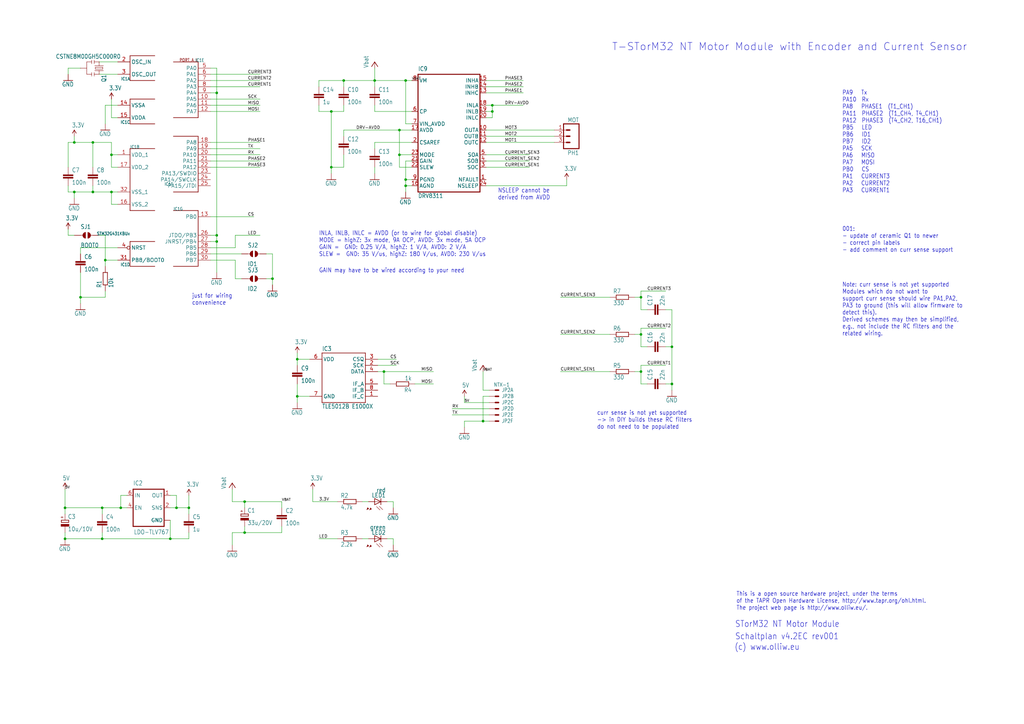
<source format=kicad_sch>
(kicad_sch (version 20250114) (generator "eeschema") (generator_version "9.0")
  (paper "A3")
  (text "INLA, INLB, INLC = AVDD (or to wire for global disable)\nMODE = highZ: 3x mode, 9A OCP, AVDD: 3x mode, 5A OCP\nGAIN =  GND: 0.25 V/A, highZ: 1 V/A, AVDD: 2 V/A\nSLEW =  GND: 35 V/us, highZ: 180 V/us, AVDD: 230 V/us" (at 130.81 94.742 0) (effects (font (size 1.778 1.5113)) (justify left top)))
  (text "Note: curr sense is not yet supported\nModules which do not want to\nsupport curr sense should wire PA1,PA2,\nPA3 to ground (this will allow firmware to\ndetect this).\nDerived schemes may then be simplified,\ne.g., not include the RC filters and the\nrelated wiring." (at 345.44 115.824 0) (effects (font (size 1.778 1.5113)) (justify left top)))
  (text "STorM32 NT Motor Module" (at 301.498 257.556 0) (effects (font (size 2.54 2.159)) (justify left bottom)))
  (text "(c) www.olliw.eu" (at 301.244 266.954 0) (effects (font (size 2.54 2.159)) (justify left bottom)))
  (text "just for wiring\nconvenience" (at 78.74 120.396 0) (effects (font (size 1.778 1.5113)) (justify left top)))
  (text "T-STorM32 NT Motor Module with Encoder and Current Sensor" (at 250.952 21.082 0) (effects (font (size 3.048 3.048)) (justify left bottom)))
  (text "001:\n- update of ceramic Q1 to newer\n- correct pin labels\n- add comment on curr sense support" (at 345.44 92.964 0) (effects (font (size 1.778 1.5113)) (justify left top)))
  (text "GAIN may have to be wired according to your need" (at 130.81 109.982 0) (effects (font (size 1.778 1.5113)) (justify left top)))
  (text "Schaltplan v4.2EC rev001" (at 301.498 262.636 0) (effects (font (size 2.54 2.159)) (justify left bottom)))
  (text "PA9   Tx\nPA10  Rx\nPA8   PHASE1  (T1_CH1)\nPA11  PHASE2  (T1_CH4, T4_CH1)\nPA12  PHASE3  (T4_CH2, T16_CH1)\nPB5   LED\nPB6   ID1\nPB7   ID2\nPA5   SCK\nPA6   MISO\nPA7   MOSI\nPB0   CS\nPA1   CURRENT3\nPA2   CURRENT2\nPA3   CURRENT1" (at 345.44 37.084 0) (effects (font (size 1.778 1.5113)) (justify left top)))
  (text "This is a open source hardware project, under the terms\nof the TAPR Open Hardware License, http://www.tapr.org/ohl.html.\nThe project web page is http://www.olliw.eu/." (at 302.006 250.444 0) (effects (font (size 1.778 1.5113)) (justify left bottom)))
  (text "NSLEEP cannot be\nderived from AVDD" (at 204.216 77.216 0) (effects (font (size 1.778 1.5113)) (justify left top)))
  (text "curr sense is not yet supported\n-> in DIY builds these RC filters\ndo not need to be populated" (at 244.856 168.402 0) (effects (font (size 1.778 1.5113)) (justify left top)))
  (junction (at 111.76 114.3))
  (junction (at 38.1 58.42))
  (junction (at 38.1 78.74))
  (junction (at 88.9 99.06))
  (junction (at 135.89 68.58))
  (junction (at 43.18 106.68))
  (junction (at 45.72 63.5))
  (junction (at 100.33 218.44))
  (junction (at 72.39 208.28))
  (junction (at 166.37 76.2))
  (junction (at 121.92 162.56))
  (junction (at 153.67 33.02))
  (junction (at 163.83 63.5))
  (junction (at 198.12 172.72))
  (junction (at 262.89 152.4))
  (junction (at 166.37 33.02))
  (junction (at 275.59 142.24))
  (junction (at 275.59 157.48))
  (junction (at 41.91 220.98))
  (junction (at 262.89 137.16))
  (junction (at 121.92 147.32))
  (junction (at 140.97 33.02))
  (junction (at 157.48 152.4))
  (junction (at 88.9 96.52))
  (junction (at 163.83 53.34))
  (junction (at 41.91 208.28))
  (junction (at 26.67 208.28))
  (junction (at 30.48 78.74))
  (junction (at 88.9 38.1))
  (junction (at 69.85 220.98))
  (junction (at 26.67 220.98))
  (junction (at 135.89 45.72))
  (junction (at 77.47 208.28))
  (junction (at 100.33 205.74))
  (junction (at 45.72 78.74))
  (junction (at 201.93 43.18))
  (junction (at 201.93 45.72))
  (junction (at 166.37 73.66))
  (junction (at 49.53 208.28))
  (junction (at 262.89 121.92))
  (junction (at 33.02 121.92))
  (junction (at 30.48 58.42))
  (wire (pts (xy 115.57 215.9) (xy 115.57 218.44)) (stroke (width 0.1524)))
  (wire (pts (xy 262.89 152.4) (xy 262.89 157.48)) (stroke (width 0.1524)))
  (wire (pts (xy 153.67 33.02) (xy 140.97 33.02)) (stroke (width 0.1524)))
  (wire (pts (xy 48.26 63.5) (xy 45.72 63.5)) (stroke (width 0.1524)))
  (wire (pts (xy 275.59 127) (xy 275.59 142.24)) (stroke (width 0.1524)))
  (wire (pts (xy 154.94 149.86) (xy 162.56 149.86)) (stroke (width 0.1524)))
  (wire (pts (xy 27.94 96.52) (xy 27.94 93.98)) (stroke (width 0.1524)))
  (wire (pts (xy 48.26 25.4) (xy 40.64 25.4)) (stroke (width 0.1524)))
  (wire (pts (xy 262.89 121.92) (xy 262.89 127)) (stroke (width 0.1524)))
  (wire (pts (xy 153.67 58.42) (xy 153.67 60.96)) (stroke (width 0.1524)))
  (wire (pts (xy 199.39 45.72) (xy 201.93 45.72)) (stroke (width 0.1524)))
  (wire (pts (xy 199.39 53.34) (xy 227.33 53.34)) (stroke (width 0.1524)))
  (wire (pts (xy 86.36 101.6) (xy 96.52 101.6)) (stroke (width 0.1524)))
  (wire (pts (xy 168.91 50.8) (xy 166.37 50.8)) (stroke (width 0.1524)))
  (wire (pts (xy 38.1 78.74) (xy 38.1 76.2)) (stroke (width 0.1524)))
  (wire (pts (xy 190.5 172.72) (xy 198.12 172.72)) (stroke (width 0.1524)))
  (wire (pts (xy 45.72 58.42) (xy 38.1 58.42)) (stroke (width 0.1524)))
  (wire (pts (xy 43.18 119.38) (xy 43.18 121.92)) (stroke (width 0.1524)))
  (wire (pts (xy 140.97 45.72) (xy 135.89 45.72)) (stroke (width 0.1524)))
  (wire (pts (xy 190.5 165.1) (xy 190.5 162.56)) (stroke (width 0.1524)))
  (wire (pts (xy 262.89 119.38) (xy 273.05 119.38)) (stroke (width 0.1524)))
  (wire (pts (xy 201.93 45.72) (xy 201.93 48.26)) (stroke (width 0.1524)))
  (wire (pts (xy 100.33 215.9) (xy 100.33 218.44)) (stroke (width 0.1524)))
  (wire (pts (xy 199.39 63.5) (xy 217.17 63.5)) (stroke (width 0.1524)))
  (wire (pts (xy 190.5 172.72) (xy 190.5 175.26)) (stroke (width 0.1524)))
  (wire (pts (xy 121.92 165.1) (xy 121.92 162.56)) (stroke (width 0.1524)))
  (wire (pts (xy 273.05 142.24) (xy 275.59 142.24)) (stroke (width 0.1524)))
  (wire (pts (xy 27.94 27.94) (xy 27.94 30.48)) (stroke (width 0.1524)))
  (wire (pts (xy 95.25 205.74) (xy 95.25 200.66)) (stroke (width 0.1524)))
  (wire (pts (xy 166.37 66.04) (xy 168.91 66.04)) (stroke (width 0.1524)))
  (wire (pts (xy 45.72 78.74) (xy 38.1 78.74)) (stroke (width 0.1524)))
  (wire (pts (xy 260.35 121.92) (xy 262.89 121.92)) (stroke (width 0.1524)))
  (wire (pts (xy 140.97 43.18) (xy 140.97 45.72)) (stroke (width 0.1524)))
  (wire (pts (xy 168.91 73.66) (xy 166.37 73.66)) (stroke (width 0.1524)))
  (wire (pts (xy 168.91 76.2) (xy 166.37 76.2)) (stroke (width 0.1524)))
  (wire (pts (xy 198.12 162.56) (xy 198.12 172.72)) (stroke (width 0.1524)))
  (wire (pts (xy 45.72 63.5) (xy 45.72 68.58)) (stroke (width 0.1524)))
  (wire (pts (xy 41.91 218.44) (xy 41.91 220.98)) (stroke (width 0.1524)))
  (wire (pts (xy 115.57 205.74) (xy 100.33 205.74)) (stroke (width 0.1524)))
  (wire (pts (xy 86.36 45.72) (xy 106.68 45.72)) (stroke (width 0.1524)))
  (wire (pts (xy 43.18 106.68) (xy 43.18 109.22)) (stroke (width 0.1524)))
  (wire (pts (xy 30.48 58.42) (xy 27.94 58.42)) (stroke (width 0.1524)))
  (wire (pts (xy 49.53 208.28) (xy 41.91 208.28)) (stroke (width 0.1524)))
  (wire (pts (xy 127 162.56) (xy 121.92 162.56)) (stroke (width 0.1524)))
  (wire (pts (xy 41.91 220.98) (xy 69.85 220.98)) (stroke (width 0.1524)))
  (wire (pts (xy 88.9 38.1) (xy 88.9 96.52)) (stroke (width 0.1524)))
  (wire (pts (xy 86.36 35.56) (xy 106.68 35.56)) (stroke (width 0.1524)))
  (wire (pts (xy 199.39 68.58) (xy 217.17 68.58)) (stroke (width 0.1524)))
  (wire (pts (xy 166.37 76.2) (xy 166.37 78.74)) (stroke (width 0.1524)))
  (wire (pts (xy 86.36 68.58) (xy 106.68 68.58)) (stroke (width 0.1524)))
  (wire (pts (xy 199.39 43.18) (xy 201.93 43.18)) (stroke (width 0.1524)))
  (wire (pts (xy 185.42 170.18) (xy 200.66 170.18)) (stroke (width 0.1524)))
  (wire (pts (xy 170.18 157.48) (xy 177.8 157.48)) (stroke (width 0.1524)))
  (wire (pts (xy 86.36 43.18) (xy 106.68 43.18)) (stroke (width 0.1524)))
  (wire (pts (xy 168.91 45.72) (xy 153.67 45.72)) (stroke (width 0.1524)))
  (wire (pts (xy 140.97 33.02) (xy 140.97 35.56)) (stroke (width 0.1524)))
  (wire (pts (xy 26.67 208.28) (xy 26.67 210.82)) (stroke (width 0.1524)))
  (wire (pts (xy 77.47 210.82) (xy 77.47 208.28)) (stroke (width 0.1524)))
  (wire (pts (xy 154.94 152.4) (xy 157.48 152.4)) (stroke (width 0.1524)))
  (wire (pts (xy 72.39 208.28) (xy 77.47 208.28)) (stroke (width 0.1524)))
  (wire (pts (xy 49.53 208.28) (xy 52.07 208.28)) (stroke (width 0.1524)))
  (wire (pts (xy 140.97 33.02) (xy 130.81 33.02)) (stroke (width 0.1524)))
  (wire (pts (xy 168.91 33.02) (xy 166.37 33.02)) (stroke (width 0.1524)))
  (wire (pts (xy 30.48 96.52) (xy 27.94 96.52)) (stroke (width 0.1524)))
  (wire (pts (xy 41.91 208.28) (xy 26.67 208.28)) (stroke (width 0.1524)))
  (wire (pts (xy 100.33 218.44) (xy 95.25 218.44)) (stroke (width 0.1524)))
  (wire (pts (xy 198.12 152.4) (xy 198.12 160.02)) (stroke (width 0.1524)))
  (wire (pts (xy 86.36 30.48) (xy 106.68 30.48)) (stroke (width 0.1524)))
  (wire (pts (xy 166.37 33.02) (xy 153.67 33.02)) (stroke (width 0.1524)))
  (wire (pts (xy 130.81 45.72) (xy 135.89 45.72)) (stroke (width 0.1524)))
  (wire (pts (xy 130.81 43.18) (xy 130.81 45.72)) (stroke (width 0.1524)))
  (wire (pts (xy 199.39 66.04) (xy 217.17 66.04)) (stroke (width 0.1524)))
  (wire (pts (xy 38.1 58.42) (xy 30.48 58.42)) (stroke (width 0.1524)))
  (wire (pts (xy 111.76 104.14) (xy 111.76 114.3)) (stroke (width 0.1524)))
  (wire (pts (xy 200.66 165.1) (xy 190.5 165.1)) (stroke (width 0.1524)))
  (wire (pts (xy 158.75 205.74) (xy 161.29 205.74)) (stroke (width 0.1524)))
  (wire (pts (xy 45.72 40.64) (xy 45.72 48.26)) (stroke (width 0.1524)))
  (wire (pts (xy 77.47 220.98) (xy 77.47 218.44)) (stroke (width 0.1524)))
  (wire (pts (xy 96.52 96.52) (xy 106.68 96.52)) (stroke (width 0.1524)))
  (wire (pts (xy 48.26 83.82) (xy 45.72 83.82)) (stroke (width 0.1524)))
  (wire (pts (xy 163.83 53.34) (xy 168.91 53.34)) (stroke (width 0.1524)))
  (wire (pts (xy 148.59 205.74) (xy 151.13 205.74)) (stroke (width 0.1524)))
  (wire (pts (xy 33.02 27.94) (xy 27.94 27.94)) (stroke (width 0.1524)))
  (wire (pts (xy 153.67 33.02) (xy 153.67 27.94)) (stroke (width 0.1524)))
  (wire (pts (xy 273.05 157.48) (xy 275.59 157.48)) (stroke (width 0.1524)))
  (wire (pts (xy 262.89 157.48) (xy 265.43 157.48)) (stroke (width 0.1524)))
  (wire (pts (xy 154.94 147.32) (xy 162.56 147.32)) (stroke (width 0.1524)))
  (wire (pts (xy 38.1 68.58) (xy 38.1 58.42)) (stroke (width 0.1524)))
  (wire (pts (xy 168.91 58.42) (xy 153.67 58.42)) (stroke (width 0.1524)))
  (wire (pts (xy 140.97 68.58) (xy 135.89 68.58)) (stroke (width 0.1524)))
  (wire (pts (xy 128.27 200.66) (xy 128.27 205.74)) (stroke (width 0.1524)))
  (wire (pts (xy 275.59 157.48) (xy 275.59 160.02)) (stroke (width 0.1524)))
  (wire (pts (xy 157.48 157.48) (xy 157.48 152.4)) (stroke (width 0.1524)))
  (wire (pts (xy 111.76 114.3) (xy 111.76 116.84)) (stroke (width 0.1524)))
  (wire (pts (xy 52.07 203.2) (xy 49.53 203.2)) (stroke (width 0.1524)))
  (wire (pts (xy 86.36 104.14) (xy 99.06 104.14)) (stroke (width 0.1524)))
  (wire (pts (xy 86.36 66.04) (xy 106.68 66.04)) (stroke (width 0.1524)))
  (wire (pts (xy 262.89 142.24) (xy 265.43 142.24)) (stroke (width 0.1524)))
  (wire (pts (xy 45.72 78.74) (xy 45.72 83.82)) (stroke (width 0.1524)))
  (wire (pts (xy 138.43 205.74) (xy 128.27 205.74)) (stroke (width 0.1524)))
  (wire (pts (xy 262.89 152.4) (xy 262.89 149.86)) (stroke (width 0.1524)))
  (wire (pts (xy 199.39 55.88) (xy 227.33 55.88)) (stroke (width 0.1524)))
  (wire (pts (xy 26.67 200.66) (xy 26.67 208.28)) (stroke (width 0.1524)))
  (wire (pts (xy 121.92 147.32) (xy 121.92 144.78)) (stroke (width 0.1524)))
  (wire (pts (xy 200.66 162.56) (xy 198.12 162.56)) (stroke (width 0.1524)))
  (wire (pts (xy 262.89 127) (xy 265.43 127)) (stroke (width 0.1524)))
  (wire (pts (xy 200.66 172.72) (xy 198.12 172.72)) (stroke (width 0.1524)))
  (wire (pts (xy 69.85 213.36) (xy 69.85 220.98)) (stroke (width 0.1524)))
  (wire (pts (xy 153.67 45.72) (xy 153.67 43.18)) (stroke (width 0.1524)))
  (wire (pts (xy 163.83 68.58) (xy 163.83 63.5)) (stroke (width 0.1524)))
  (wire (pts (xy 88.9 96.52) (xy 88.9 99.06)) (stroke (width 0.1524)))
  (wire (pts (xy 153.67 68.58) (xy 153.67 71.12)) (stroke (width 0.1524)))
  (wire (pts (xy 86.36 40.64) (xy 106.68 40.64)) (stroke (width 0.1524)))
  (wire (pts (xy 262.89 137.16) (xy 262.89 134.62)) (stroke (width 0.1524)))
  (wire (pts (xy 201.93 43.18) (xy 214.63 43.18)) (stroke (width 0.1524)))
  (wire (pts (xy 201.93 48.26) (xy 199.39 48.26)) (stroke (width 0.1524)))
  (wire (pts (xy 69.85 203.2) (xy 72.39 203.2)) (stroke (width 0.1524)))
  (wire (pts (xy 232.41 76.2) (xy 232.41 73.66)) (stroke (width 0.1524)))
  (wire (pts (xy 260.35 152.4) (xy 262.89 152.4)) (stroke (width 0.1524)))
  (wire (pts (xy 40.64 96.52) (xy 43.18 96.52)) (stroke (width 0.1524)))
  (wire (pts (xy 135.89 68.58) (xy 135.89 71.12)) (stroke (width 0.1524)))
  (wire (pts (xy 140.97 55.88) (xy 140.97 53.34)) (stroke (width 0.1524)))
  (wire (pts (xy 96.52 101.6) (xy 96.52 96.52)) (stroke (width 0.1524)))
  (wire (pts (xy 262.89 134.62) (xy 273.05 134.62)) (stroke (width 0.1524)))
  (wire (pts (xy 199.39 35.56) (xy 214.63 35.56)) (stroke (width 0.1524)))
  (wire (pts (xy 166.37 73.66) (xy 166.37 76.2)) (stroke (width 0.1524)))
  (wire (pts (xy 262.89 121.92) (xy 262.89 119.38)) (stroke (width 0.1524)))
  (wire (pts (xy 86.36 63.5) (xy 106.68 63.5)) (stroke (width 0.1524)))
  (wire (pts (xy 273.05 127) (xy 275.59 127)) (stroke (width 0.1524)))
  (wire (pts (xy 86.36 38.1) (xy 88.9 38.1)) (stroke (width 0.1524)))
  (wire (pts (xy 48.26 101.6) (xy 33.02 101.6)) (stroke (width 0.1524)))
  (wire (pts (xy 33.02 121.92) (xy 33.02 111.76)) (stroke (width 0.1524)))
  (wire (pts (xy 227.33 58.42) (xy 199.39 58.42)) (stroke (width 0.1524)))
  (wire (pts (xy 48.26 78.74) (xy 45.72 78.74)) (stroke (width 0.1524)))
  (wire (pts (xy 30.48 78.74) (xy 27.94 78.74)) (stroke (width 0.1524)))
  (wire (pts (xy 40.64 30.48) (xy 48.26 30.48)) (stroke (width 0.1524)))
  (wire (pts (xy 135.89 45.72) (xy 135.89 68.58)) (stroke (width 0.1524)))
  (wire (pts (xy 49.53 203.2) (xy 49.53 208.28)) (stroke (width 0.1524)))
  (wire (pts (xy 38.1 78.74) (xy 30.48 78.74)) (stroke (width 0.1524)))
  (wire (pts (xy 33.02 124.46) (xy 33.02 121.92)) (stroke (width 0.1524)))
  (wire (pts (xy 199.39 76.2) (xy 232.41 76.2)) (stroke (width 0.1524)))
  (wire (pts (xy 262.89 137.16) (xy 262.89 142.24)) (stroke (width 0.1524)))
  (wire (pts (xy 96.52 114.3) (xy 99.06 114.3)) (stroke (width 0.1524)))
  (wire (pts (xy 77.47 208.28) (xy 77.47 203.2)) (stroke (width 0.1524)))
  (wire (pts (xy 161.29 220.98) (xy 161.29 223.52)) (stroke (width 0.1524)))
  (wire (pts (xy 100.33 205.74) (xy 95.25 205.74)) (stroke (width 0.1524)))
  (wire (pts (xy 199.39 38.1) (xy 214.63 38.1)) (stroke (width 0.1524)))
  (wire (pts (xy 88.9 27.94) (xy 88.9 38.1)) (stroke (width 0.1524)))
  (wire (pts (xy 168.91 68.58) (xy 163.83 68.58)) (stroke (width 0.1524)))
  (wire (pts (xy 27.94 78.74) (xy 27.94 76.2)) (stroke (width 0.1524)))
  (wire (pts (xy 185.42 167.64) (xy 200.66 167.64)) (stroke (width 0.1524)))
  (wire (pts (xy 86.36 96.52) (xy 88.9 96.52)) (stroke (width 0.1524)))
  (wire (pts (xy 45.72 48.26) (xy 48.26 48.26)) (stroke (width 0.1524)))
  (wire (pts (xy 250.19 137.16) (xy 229.87 137.16)) (stroke (width 0.1524)))
  (wire (pts (xy 153.67 33.02) (xy 153.67 35.56)) (stroke (width 0.1524)))
  (wire (pts (xy 262.89 149.86) (xy 273.05 149.86)) (stroke (width 0.1524)))
  (wire (pts (xy 86.36 99.06) (xy 88.9 99.06)) (stroke (width 0.1524)))
  (wire (pts (xy 88.9 99.06) (xy 88.9 111.76)) (stroke (width 0.1524)))
  (wire (pts (xy 109.22 114.3) (xy 111.76 114.3)) (stroke (width 0.1524)))
  (wire (pts (xy 41.91 220.98) (xy 26.67 220.98)) (stroke (width 0.1524)))
  (wire (pts (xy 26.67 218.44) (xy 26.67 220.98)) (stroke (width 0.1524)))
  (wire (pts (xy 86.36 60.96) (xy 106.68 60.96)) (stroke (width 0.1524)))
  (wire (pts (xy 140.97 53.34) (xy 163.83 53.34)) (stroke (width 0.1524)))
  (wire (pts (xy 121.92 162.56) (xy 121.92 157.48)) (stroke (width 0.1524)))
  (wire (pts (xy 86.36 27.94) (xy 88.9 27.94)) (stroke (width 0.1524)))
  (wire (pts (xy 199.39 33.02) (xy 214.63 33.02)) (stroke (width 0.1524)))
  (wire (pts (xy 95.25 223.52) (xy 95.25 218.44)) (stroke (width 0.1524)))
  (wire (pts (xy 127 147.32) (xy 121.92 147.32)) (stroke (width 0.1524)))
  (wire (pts (xy 43.18 43.18) (xy 43.18 50.8)) (stroke (width 0.1524)))
  (wire (pts (xy 48.26 43.18) (xy 43.18 43.18)) (stroke (width 0.1524)))
  (wire (pts (xy 109.22 104.14) (xy 111.76 104.14)) (stroke (width 0.1524)))
  (wire (pts (xy 148.59 220.98) (xy 151.13 220.98)) (stroke (width 0.1524)))
  (wire (pts (xy 69.85 220.98) (xy 77.47 220.98)) (stroke (width 0.1524)))
  (wire (pts (xy 48.26 106.68) (xy 43.18 106.68)) (stroke (width 0.1524)))
  (wire (pts (xy 33.02 101.6) (xy 33.02 104.14)) (stroke (width 0.1524)))
  (wire (pts (xy 250.19 121.92) (xy 229.87 121.92)) (stroke (width 0.1524)))
  (wire (pts (xy 86.36 106.68) (xy 96.52 106.68)) (stroke (width 0.1524)))
  (wire (pts (xy 130.81 220.98) (xy 138.43 220.98)) (stroke (width 0.1524)))
  (wire (pts (xy 30.48 81.28) (xy 30.48 78.74)) (stroke (width 0.1524)))
  (wire (pts (xy 121.92 147.32) (xy 121.92 149.86)) (stroke (width 0.1524)))
  (wire (pts (xy 43.18 96.52) (xy 43.18 106.68)) (stroke (width 0.1524)))
  (wire (pts (xy 161.29 205.74) (xy 161.29 208.28)) (stroke (width 0.1524)))
  (wire (pts (xy 163.83 63.5) (xy 163.83 53.34)) (stroke (width 0.1524)))
  (wire (pts (xy 198.12 160.02) (xy 200.66 160.02)) (stroke (width 0.1524)))
  (wire (pts (xy 43.18 121.92) (xy 33.02 121.92)) (stroke (width 0.1524)))
  (wire (pts (xy 86.36 33.02) (xy 106.68 33.02)) (stroke (width 0.1524)))
  (wire (pts (xy 115.57 218.44) (xy 100.33 218.44)) (stroke (width 0.1524)))
  (wire (pts (xy 86.36 88.9) (xy 104.14 88.9)) (stroke (width 0.1524)))
  (wire (pts (xy 140.97 63.5) (xy 140.97 68.58)) (stroke (width 0.1524)))
  (wire (pts (xy 157.48 152.4) (xy 177.8 152.4)) (stroke (width 0.1524)))
  (wire (pts (xy 201.93 43.18) (xy 201.93 45.72)) (stroke (width 0.1524)))
  (wire (pts (xy 41.91 210.82) (xy 41.91 208.28)) (stroke (width 0.1524)))
  (wire (pts (xy 45.72 58.42) (xy 45.72 63.5)) (stroke (width 0.1524)))
  (wire (pts (xy 72.39 208.28) (xy 69.85 208.28)) (stroke (width 0.1524)))
  (wire (pts (xy 115.57 208.28) (xy 115.57 205.74)) (stroke (width 0.1524)))
  (wire (pts (xy 27.94 68.58) (xy 27.94 58.42)) (stroke (width 0.1524)))
  (wire (pts (xy 166.37 73.66) (xy 166.37 66.04)) (stroke (width 0.1524)))
  (wire (pts (xy 72.39 203.2) (xy 72.39 208.28)) (stroke (width 0.1524)))
  (wire (pts (xy 166.37 50.8) (xy 166.37 33.02)) (stroke (width 0.1524)))
  (wire (pts (xy 160.02 157.48) (xy 157.48 157.48)) (stroke (width 0.1524)))
  (wire (pts (xy 168.91 63.5) (xy 163.83 63.5)) (stroke (width 0.1524)))
  (wire (pts (xy 250.19 152.4) (xy 229.87 152.4)) (stroke (width 0.1524)))
  (wire (pts (xy 158.75 220.98) (xy 161.29 220.98)) (stroke (width 0.1524)))
  (wire (pts (xy 30.48 55.88) (xy 30.48 58.42)) (stroke (width 0.1524)))
  (wire (pts (xy 86.36 58.42) (xy 106.68 58.42)) (stroke (width 0.1524)))
  (wire (pts (xy 130.81 33.02) (xy 130.81 35.56)) (stroke (width 0.1524)))
  (wire (pts (xy 100.33 208.28) (xy 100.33 205.74)) (stroke (width 0.1524)))
  (wire (pts (xy 275.59 142.24) (xy 275.59 157.48)) (stroke (width 0.1524)))
  (wire (pts (xy 45.72 68.58) (xy 48.26 68.58)) (stroke (width 0.1524)))
  (wire (pts (xy 96.52 106.68) (xy 96.52 114.3)) (stroke (width 0.1524)))
  (wire (pts (xy 260.35 137.16) (xy 262.89 137.16)) (stroke (width 0.1524)))
  (label "TX" (at 101.6 60.96 0) (effects (font (size 1.2446 1.2446))))
  (label "RX" (at 101.6 63.5 0) (effects (font (size 1.2446 1.2446))))
  (label "PHASE2" (at 101.6 66.04 0) (effects (font (size 1.2446 1.2446))))
  (label "MOSI" (at 172.72 157.48 0) (effects (font (size 1.2446 1.2446))))
  (label "MISO" (at 101.6 43.18 0) (effects (font (size 1.2446 1.2446))))
  (label "DRV-AVDD" (at 146.05 53.34 0) (effects (font (size 1.2446 1.2446))))
  (label "PHASE1" (at 101.6 58.42 0) (effects (font (size 1.2446 1.2446))))
  (label "VBAT" (at 115.57 205.74 0) (effects (font (size 1.016 1.016))))
  (label "CURRENT_SEN3" (at 229.87 121.92 0) (effects (font (size 1.2446 1.2446))))
  (label "CURRENT_SEN3" (at 207.01 63.5 0) (effects (font (size 1.2446 1.2446))))
  (label "CURRENT2" (at 101.6 33.02 0) (effects (font (size 1.2446 1.2446))))
  (label "CURRENT2" (at 265.43 134.62 0) (effects (font (size 1.2446 1.2446))))
  (label "SCK" (at 160.02 149.86 0) (effects (font (size 1.2446 1.2446))))
  (label "PHASE3" (at 207.01 33.02 0) (effects (font (size 1.2446 1.2446))))
  (label "MOSI" (at 101.6 45.72 0) (effects (font (size 1.2446 1.2446))))
  (label "3.3V" (at 130.81 205.74 0) (effects (font (size 1.2446 1.2446))))
  (label "CURRENT3" (at 265.43 119.38 0) (effects (font (size 1.2446 1.2446))))
  (label "DRV-AVDD" (at 207.01 43.18 0) (effects (font (size 1.2446 1.2446))))
  (label "MISO" (at 172.72 152.4 0) (effects (font (size 1.2446 1.2446))))
  (label "CURRENT_SEN2" (at 229.87 137.16 0) (effects (font (size 1.2446 1.2446))))
  (label "CURRENT_SEN2" (at 207.01 66.04 0) (effects (font (size 1.2446 1.2446))))
  (label "VBAT" (at 198.12 152.4 0) (effects (font (size 1.016 1.016))))
  (label "PHASE3" (at 101.6 68.58 0) (effects (font (size 1.2446 1.2446))))
  (label "LED" (at 130.81 220.98 0) (effects (font (size 1.2446 1.2446))))
  (label "MOT3" (at 207.01 53.34 0) (effects (font (size 1.2446 1.2446))))
  (label "CS" (at 101.6 88.9 0) (effects (font (size 1.2446 1.2446))))
  (label "LED" (at 101.6 96.52 0) (effects (font (size 1.2446 1.2446))))
  (label "CURRENT_SEN1" (at 207.01 68.58 0) (effects (font (size 1.2446 1.2446))))
  (label "RX" (at 185.42 167.64 0) (effects (font (size 1.2446 1.2446))))
  (label "VBAT" (at 168.91 33.02 0) (effects (font (size 1.016 1.016))))
  (label "5V" (at 26.67 200.66 0) (effects (font (size 1.016 1.016))))
  (label "TX" (at 185.42 170.18 0) (effects (font (size 1.2446 1.2446))))
  (label "CURRENT1" (at 265.43 149.86 0) (effects (font (size 1.2446 1.2446))))
  (label "PHASE1" (at 207.01 38.1 0) (effects (font (size 1.2446 1.2446))))
  (label "SCK" (at 101.6 40.64 0) (effects (font (size 1.2446 1.2446))))
  (label "CURRENT3" (at 101.6 30.48 0) (effects (font (size 1.2446 1.2446))))
  (label "5V" (at 190.5 165.1 0) (effects (font (size 1.016 1.016))))
  (label "PHASE2" (at 207.01 35.56 0) (effects (font (size 1.2446 1.2446))))
  (label "CS" (at 160.02 147.32 0) (effects (font (size 1.2446 1.2446))))
  (label "CURRENT1" (at 101.6 35.56 0) (effects (font (size 1.2446 1.2446))))
  (label "CURRENT_SEN1" (at 229.87 152.4 0) (effects (font (size 1.2446 1.2446))))
  (label "MOT2" (at 207.01 55.88 0) (effects (font (size 1.2446 1.2446))))
  (label "MOT1" (at 207.01 58.42 0) (effects (font (size 1.2446 1.2446))))
  (symbol (lib_id "T STorM32 NT motor v42ECg4 001-eagle-import:STM32G4X1KX") (at 58.42 27.94 0) (mirror y) (unit 1)
    (property "Reference" "IC1" (at 53.34 33.02 0) (effects (font (size 1.27 1.0795)) (justify left bottom)))
    (property "Value" "STM32G431KBUx" (effects (hide yes)))
    (property "Footprint" "T STorM32 NT motor v42ECg4 001:UFQFPN32" (effects (hide yes)))
  )
  (symbol (lib_id "T STorM32 NT motor v42ECg4 001-eagle-import:C-EUC0402") (at 267.97 127 90) (unit 1)
    (property "Reference" "C17" (at 267.589 125.476 0) (effects (font (size 1.778 1.5113)) (justify left bottom)))
    (property "Value" "22n" (at 272.669 125.476 0) (effects (font (size 1.778 1.5113)) (justify left bottom)))
    (property "Footprint" "T STorM32 NT motor v42ECg4 001:C0402" (effects (hide yes)))
  )
  (symbol (lib_id "T STorM32 NT motor v42ECg4 001-eagle-import:GND") (at 166.37 81.28 0) (unit 1)
    (property "Reference" "#GND021" (effects (hide yes)))
    (property "Value" "GND" (at 163.83 83.82 0) (effects (font (size 1.778 1.5113)) (justify left bottom)))
  )
  (symbol (lib_id "T STorM32 NT motor v42ECg4 001-eagle-import:3.3V") (at 128.27 200.66 0) (unit 1)
    (property "Reference" "#P+01" (effects (hide yes)))
    (property "Value" "3.3V" (at 127.254 197.104 0) (effects (font (size 1.778 1.5113)) (justify left bottom)))
  )
  (symbol (lib_id "T STorM32 NT motor v42ECg4 001-eagle-import:GND") (at 30.48 83.82 0) (unit 1)
    (property "Reference" "#GND06" (effects (hide yes)))
    (property "Value" "GND" (at 27.94 86.36 0) (effects (font (size 1.778 1.5113)) (justify left bottom)))
  )
  (symbol (lib_id "T STorM32 NT motor v42ECg4 001-eagle-import:C-EUC0402") (at 121.92 152.4 0) (unit 1)
    (property "Reference" "C9" (at 123.444 152.019 0) (effects (font (size 1.778 1.5113)) (justify left bottom)))
    (property "Value" "100n" (at 123.444 157.099 0) (effects (font (size 1.778 1.5113)) (justify left bottom)))
    (property "Footprint" "T STorM32 NT motor v42ECg4 001:C0402" (effects (hide yes)))
  )
  (symbol (lib_id "T STorM32 NT motor v42ECg4 001-eagle-import:SOLDERJUMPERNO") (at 104.14 114.3 0) (unit 1)
    (property "Reference" "SJ3" (at 101.6 111.76 0) (effects (font (size 1.778 1.5113)) (justify left bottom)))
    (property "Value" "ID2" (at 101.6 119.38 0) (effects (font (size 1.778 1.5113)) (justify left bottom)))
    (property "Footprint" "T STorM32 NT motor v42ECg4 001:SJ_2S-NO" (effects (hide yes)))
  )
  (symbol (lib_id "T STorM32 NT motor v42ECg4 001-eagle-import:GND") (at 33.02 127 0) (unit 1)
    (property "Reference" "#GND04" (effects (hide yes)))
    (property "Value" "GND" (at 30.48 129.54 0) (effects (font (size 1.778 1.5113)) (justify left bottom)))
  )
  (symbol (lib_id "T STorM32 NT motor v42ECg4 001-eagle-import:VCC") (at 95.25 198.12 0) (unit 1)
    (property "Reference" "#VBAT@02" (effects (hide yes)))
    (property "Value" "Vbat" (at 92.71 200.66 90) (effects (font (size 1.778 1.5113)) (justify left bottom)))
  )
  (symbol (lib_id "T STorM32 NT motor v42ECg4 001-eagle-import:GND") (at 26.67 223.52 0) (unit 1)
    (property "Reference" "#GND07" (effects (hide yes)))
    (property "Value" "GND" (at 24.13 226.06 0) (effects (font (size 1.778 1.5113)) (justify left bottom)))
  )
  (symbol (lib_id "T STorM32 NT motor v42ECg4 001-eagle-import:SOLDERJUMPERNO") (at 104.14 104.14 0) (unit 1)
    (property "Reference" "SJ2" (at 101.6 101.6 0) (effects (font (size 1.778 1.5113)) (justify left bottom)))
    (property "Value" "ID1" (at 101.6 109.22 0) (effects (font (size 1.778 1.5113)) (justify left bottom)))
    (property "Footprint" "T STorM32 NT motor v42ECg4 001:SJ_2S-NO" (effects (hide yes)))
  )
  (symbol (lib_id "T STorM32 NT motor v42ECg4 001-eagle-import:TLE5012B") (at 139.7 154.94 0) (unit 1)
    (property "Reference" "IC3" (at 132.08 144.018 0) (effects (font (size 1.778 1.5113)) (justify left bottom)))
    (property "Value" "TLE5012B E1000X" (at 132.08 167.64 0) (effects (font (size 1.778 1.5113)) (justify left bottom)))
    (property "Footprint" "T STorM32 NT motor v42ECg4 001:SO08" (effects (hide yes)))
  )
  (symbol (lib_id "T STorM32 NT motor v42ECg4 001-eagle-import:R-EU_R0402") (at 255.27 137.16 0) (unit 1)
    (property "Reference" "R6" (at 251.46 135.6614 0) (effects (font (size 1.778 1.5113)) (justify left bottom)))
    (property "Value" "330" (at 251.46 140.462 0) (effects (font (size 1.778 1.5113)) (justify left bottom)))
    (property "Footprint" "T STorM32 NT motor v42ECg4 001:R0402" (effects (hide yes)))
  )
  (symbol (lib_id "T STorM32 NT motor v42ECg4 001-eagle-import:GND") (at 161.29 226.06 0) (unit 1)
    (property "Reference" "#GND010" (effects (hide yes)))
    (property "Value" "GND" (at 158.75 228.6 0) (effects (font (size 1.778 1.5113)) (justify left bottom)))
  )
  (symbol (lib_id "T STorM32 NT motor v42ECg4 001-eagle-import:?M06B-SRSS-TBS") (at 203.2 167.64 0) (unit 4)
    (property "Reference" "JP2" (at 205.74 168.402 0) (effects (font (size 1.524 1.2954)) (justify left bottom)))
    (property "Value" "NTX-1" (effects (hide yes)))
    (property "Footprint" "T STorM32 NT motor v42ECg4 001:SM06B-SRSS-TB" (effects (hide yes)))
  )
  (symbol (lib_id "T STorM32 NT motor v42ECg4 001-eagle-import:3.3V") (at 27.94 93.98 0) (unit 1)
    (property "Reference" "#P+05" (effects (hide yes)))
    (property "Value" "3.3V" (at 26.924 90.424 0) (effects (font (size 1.778 1.5113)) (justify left bottom)))
  )
  (symbol (lib_id "T STorM32 NT motor v42ECg4 001-eagle-import:GND") (at 190.5 177.8 0) (unit 1)
    (property "Reference" "#GND033" (effects (hide yes)))
    (property "Value" "GND" (at 187.96 180.34 0) (effects (font (size 1.778 1.5113)) (justify left bottom)))
  )
  (symbol (lib_id "T STorM32 NT motor v42ECg4 001-eagle-import:GND") (at 27.94 33.02 0) (unit 1)
    (property "Reference" "#GND08" (effects (hide yes)))
    (property "Value" "GND" (at 25.4 35.56 0) (effects (font (size 1.778 1.5113)) (justify left bottom)))
  )
  (symbol (lib_id "T STorM32 NT motor v42ECg4 001-eagle-import:C-EUC0603") (at 130.81 38.1 0) (unit 1)
    (property "Reference" "C14" (at 132.334 37.719 0) (effects (font (size 1.778 1.5113)) (justify left bottom)))
    (property "Value" "1u" (at 132.334 42.799 0) (effects (font (size 1.778 1.5113)) (justify left bottom)))
    (property "Footprint" "T STorM32 NT motor v42ECg4 001:C0603" (effects (hide yes)))
  )
  (symbol (lib_id "T STorM32 NT motor v42ECg4 001-eagle-import:GND") (at 161.29 210.82 0) (unit 1)
    (property "Reference" "#GND012" (effects (hide yes)))
    (property "Value" "GND" (at 158.75 213.36 0) (effects (font (size 1.778 1.5113)) (justify left bottom)))
  )
  (symbol (lib_id "T STorM32 NT motor v42ECg4 001-eagle-import:GND") (at 121.92 167.64 0) (unit 1)
    (property "Reference" "#GND015" (effects (hide yes)))
    (property "Value" "GND" (at 119.38 170.18 0) (effects (font (size 1.778 1.5113)) (justify left bottom)))
  )
  (symbol (lib_id "T STorM32 NT motor v42ECg4 001-eagle-import:C-EUC0402") (at 38.1 71.12 0) (unit 1)
    (property "Reference" "C8" (at 39.624 70.739 0) (effects (font (size 1.778 1.5113)) (justify left bottom)))
    (property "Value" "100n" (at 39.624 75.819 0) (effects (font (size 1.778 1.5113)) (justify left bottom)))
    (property "Footprint" "T STorM32 NT motor v42ECg4 001:C0402" (effects (hide yes)))
  )
  (symbol (lib_id "T STorM32 NT motor v42ECg4 001-eagle-import:STM32G4X1KX") (at 58.42 104.14 0) (mirror y) (unit 4)
    (property "Reference" "IC1" (at 53.34 109.22 0) (effects (font (size 1.27 1.0795)) (justify left bottom)))
    (property "Value" "STM32G431KBUx" (at 53.34 96.52 0) (effects (font (size 1.27 1.0795)) (justify left bottom)))
    (property "Footprint" "T STorM32 NT motor v42ECg4 001:UFQFPN32" (effects (hide yes)))
  )
  (symbol (lib_id "T STorM32 NT motor v42ECg4 001-eagle-import:3.3V") (at 121.92 144.78 0) (unit 1)
    (property "Reference" "#P+04" (effects (hide yes)))
    (property "Value" "3.3V" (at 120.904 141.224 0) (effects (font (size 1.778 1.5113)) (justify left bottom)))
  )
  (symbol (lib_id "T STorM32 NT motor v42ECg4 001-eagle-import:STM32G4X1KX") (at 76.2 96.52 0) (unit 7)
    (property "Reference" "IC1" (at 71.12 86.36 0) (effects (font (size 1.27 1.0795)) (justify left bottom)))
    (property "Value" "STM32G431KBUx" (effects (hide yes)))
    (property "Footprint" "T STorM32 NT motor v42ECg4 001:UFQFPN32" (effects (hide yes)))
  )
  (symbol (lib_id "T STorM32 NT motor v42ECg4 001-eagle-import:RESONATORSMD") (at 40.64 27.94 270) (unit 1)
    (property "Reference" "Q1" (at 41.656 30.48 0) (effects (font (size 1.778 1.5113)) (justify left bottom)))
    (property "Value" "CSTNE8M00GH5C000R0" (at 22.86 24.13 90) (effects (font (size 1.778 1.5113)) (justify left bottom)))
    (property "Footprint" "T STorM32 NT motor v42ECg4 001:RESONATOR-SMD" (effects (hide yes)))
  )
  (symbol (lib_id "T STorM32 NT motor v42ECg4 001-eagle-import:LEDCHIPLED_0603") (at 153.67 220.98 90) (unit 1)
    (property "Reference" "LED2" (at 158.242 217.424 90) (effects (font (size 1.778 1.5113)) (justify left bottom)))
    (property "Value" "green" (at 158.242 215.265 90) (effects (font (size 1.778 1.5113)) (justify left bottom)))
    (property "Footprint" "T STorM32 NT motor v42ECg4 001:CHIPLED_0603" (effects (hide yes)))
  )
  (symbol (lib_id "T STorM32 NT motor v42ECg4 001-eagle-import:3.3V") (at 30.48 55.88 0) (unit 1)
    (property "Reference" "#P+07" (effects (hide yes)))
    (property "Value" "3.3V" (at 29.464 52.324 0) (effects (font (size 1.778 1.5113)) (justify left bottom)))
  )
  (symbol (lib_id "T STorM32 NT motor v42ECg4 001-eagle-import:SOLDERJUMPERNO") (at 35.56 96.52 0) (unit 1)
    (property "Reference" "SJ1" (at 33.02 93.98 0) (effects (font (size 1.778 1.5113)) (justify left bottom)))
    (property "Value" "BOOT0" (at 33.02 101.6 0) (effects (font (size 1.778 1.5113)) (justify left bottom)))
    (property "Footprint" "T STorM32 NT motor v42ECg4 001:SJ_2S-NO" (effects (hide yes)))
  )
  (symbol (lib_id "T STorM32 NT motor v42ECg4 001-eagle-import:CPOL-EUSMCB") (at 26.67 213.36 0) (unit 1)
    (property "Reference" "C3" (at 27.813 212.8774 0) (effects (font (size 1.778 1.5113)) (justify left bottom)))
    (property "Value" "10u/10V" (at 27.813 217.9574 0) (effects (font (size 1.778 1.5113)) (justify left bottom)))
    (property "Footprint" "T STorM32 NT motor v42ECg4 001:SMC_B" (effects (hide yes)))
  )
  (symbol (lib_id "T STorM32 NT motor v42ECg4 001-eagle-import:DRV8311") (at 184.15 53.34 0) (unit 1)
    (property "Reference" "IC9" (at 171.45 29.21 0) (effects (font (size 1.778 1.5113)) (justify left bottom)))
    (property "Value" "DRV8311" (at 171.45 81.28 0) (effects (font (size 1.778 1.5113)) (justify left bottom)))
    (property "Footprint" "T STorM32 NT motor v42ECg4 001:QFN(WQFN)24-3X3-DRV8311" (effects (hide yes)))
  )
  (symbol (lib_id "T STorM32 NT motor v42ECg4 001-eagle-import:C-EUC0402") (at 140.97 58.42 0) (unit 1)
    (property "Reference" "C12" (at 142.494 58.039 0) (effects (font (size 1.778 1.5113)) (justify left bottom)))
    (property "Value" "100n" (at 142.494 63.119 0) (effects (font (size 1.778 1.5113)) (justify left bottom)))
    (property "Footprint" "T STorM32 NT motor v42ECg4 001:C0402" (effects (hide yes)))
  )
  (symbol (lib_id "T STorM32 NT motor v42ECg4 001-eagle-import:C-EUC0402") (at 267.97 142.24 90) (unit 1)
    (property "Reference" "C16" (at 267.589 140.716 0) (effects (font (size 1.778 1.5113)) (justify left bottom)))
    (property "Value" "22n" (at 272.669 140.716 0) (effects (font (size 1.778 1.5113)) (justify left bottom)))
    (property "Footprint" "T STorM32 NT motor v42ECg4 001:C0402" (effects (hide yes)))
  )
  (symbol (lib_id "T STorM32 NT motor v42ECg4 001-eagle-import:?M06B-SRSS-TBS") (at 203.2 160.02 0) (unit 1)
    (property "Reference" "JP2" (at 205.74 160.782 0) (effects (font (size 1.524 1.2954)) (justify left bottom)))
    (property "Value" "NTX-1" (at 202.438 158.623 0) (effects (font (size 1.524 1.2954)) (justify left bottom)))
    (property "Footprint" "T STorM32 NT motor v42ECg4 001:SM06B-SRSS-TB" (effects (hide yes)))
  )
  (symbol (lib_id "T STorM32 NT motor v42ECg4 001-eagle-import:C-EUC0402") (at 267.97 157.48 90) (unit 1)
    (property "Reference" "C15" (at 267.589 155.956 0) (effects (font (size 1.778 1.5113)) (justify left bottom)))
    (property "Value" "22n" (at 272.669 155.956 0) (effects (font (size 1.778 1.5113)) (justify left bottom)))
    (property "Footprint" "T STorM32 NT motor v42ECg4 001:C0402" (effects (hide yes)))
  )
  (symbol (lib_id "T STorM32 NT motor v42ECg4 001-eagle-import:GND") (at 153.67 73.66 0) (unit 1)
    (property "Reference" "#GND022" (effects (hide yes)))
    (property "Value" "GND" (at 151.13 76.2 0) (effects (font (size 1.778 1.5113)) (justify left bottom)))
  )
  (symbol (lib_id "T STorM32 NT motor v42ECg4 001-eagle-import:C-EUC0603") (at 77.47 213.36 0) (unit 1)
    (property "Reference" "C5" (at 78.994 212.979 0) (effects (font (size 1.778 1.5113)) (justify left bottom)))
    (property "Value" "1u" (at 78.994 218.059 0) (effects (font (size 1.778 1.5113)) (justify left bottom)))
    (property "Footprint" "T STorM32 NT motor v42ECg4 001:C0603" (effects (hide yes)))
  )
  (symbol (lib_id "T STorM32 NT motor v42ECg4 001-eagle-import:STM32G4X1KX") (at 76.2 66.04 0) (mirror y) (unit 6)
    (property "Reference" "IC1" (at 71.12 76.2 0) (effects (font (size 1.27 1.0795)) (justify left bottom)))
    (property "Value" "STM32G431KBUx" (effects (hide yes)))
    (property "Footprint" "T STorM32 NT motor v42ECg4 001:UFQFPN32" (effects (hide yes)))
  )
  (symbol (lib_id "T STorM32 NT motor v42ECg4 001-eagle-import:GND") (at 88.9 114.3 0) (unit 1)
    (property "Reference" "#GND02" (effects (hide yes)))
    (property "Value" "GND" (at 86.36 116.84 0) (effects (font (size 1.778 1.5113)) (justify left bottom)))
  )
  (symbol (lib_id "T STorM32 NT motor v42ECg4 001-eagle-import:R-EU_R0402") (at 255.27 152.4 0) (unit 1)
    (property "Reference" "R5" (at 251.46 150.9014 0) (effects (font (size 1.778 1.5113)) (justify left bottom)))
    (property "Value" "330" (at 251.46 155.702 0) (effects (font (size 1.778 1.5113)) (justify left bottom)))
    (property "Footprint" "T STorM32 NT motor v42ECg4 001:R0402" (effects (hide yes)))
  )
  (symbol (lib_id "T STorM32 NT motor v42ECg4 001-eagle-import:?M06B-SRSS-TBS") (at 203.2 162.56 0) (unit 2)
    (property "Reference" "JP2" (at 205.74 163.322 0) (effects (font (size 1.524 1.2954)) (justify left bottom)))
    (property "Value" "NTX-1" (effects (hide yes)))
    (property "Footprint" "T STorM32 NT motor v42ECg4 001:SM06B-SRSS-TB" (effects (hide yes)))
  )
  (symbol (lib_id "T STorM32 NT motor v42ECg4 001-eagle-import:GND") (at 111.76 119.38 0) (unit 1)
    (property "Reference" "#GND011" (effects (hide yes)))
    (property "Value" "GND" (at 109.22 121.92 0) (effects (font (size 1.778 1.5113)) (justify left bottom)))
  )
  (symbol (lib_id "T STorM32 NT motor v42ECg4 001-eagle-import:?M06B-SRSS-TBS") (at 203.2 165.1 0) (unit 3)
    (property "Reference" "JP2" (at 205.74 165.862 0) (effects (font (size 1.524 1.2954)) (justify left bottom)))
    (property "Value" "NTX-1" (effects (hide yes)))
    (property "Footprint" "T STorM32 NT motor v42ECg4 001:SM06B-SRSS-TB" (effects (hide yes)))
  )
  (symbol (lib_id "T STorM32 NT motor v42ECg4 001-eagle-import:C-EUC0603") (at 115.57 210.82 0) (unit 1)
    (property "Reference" "C2" (at 117.094 210.439 0) (effects (font (size 1.778 1.5113)) (justify left bottom)))
    (property "Value" "100n" (at 117.094 215.519 0) (effects (font (size 1.778 1.5113)) (justify left bottom)))
    (property "Footprint" "T STorM32 NT motor v42ECg4 001:C0603" (effects (hide yes)))
  )
  (symbol (lib_id "T STorM32 NT motor v42ECg4 001-eagle-import:LDO-TLV767") (at 59.69 208.28 0) (unit 1)
    (property "Reference" "IC2" (at 54.61 199.136 0) (effects (font (size 1.778 1.5113)) (justify left bottom)))
    (property "Value" "LDO-TLV767" (at 54.864 219.202 0) (effects (font (size 1.778 1.5113)) (justify left bottom)))
    (property "Footprint" "T STorM32 NT motor v42ECg4 001:WSON-6-2X2" (effects (hide yes)))
  )
  (symbol (lib_id "T STorM32 NT motor v42ECg4 001-eagle-import:CPOL-EUSMCC") (at 100.33 210.82 0) (unit 1)
    (property "Reference" "C1" (at 101.473 210.3374 0) (effects (font (size 1.778 1.5113)) (justify left bottom)))
    (property "Value" "33u/20V" (at 101.473 215.4174 0) (effects (font (size 1.778 1.5113)) (justify left bottom)))
    (property "Footprint" "T STorM32 NT motor v42ECg4 001:SMC_C" (effects (hide yes)))
  )
  (symbol (lib_id "T STorM32 NT motor v42ECg4 001-eagle-import:3.3V") (at 190.5 162.56 0) (unit 1)
    (property "Reference" "#5V@01" (effects (hide yes)))
    (property "Value" "5V" (at 189.484 159.004 0) (effects (font (size 1.778 1.5113)) (justify left bottom)))
  )
  (symbol (lib_id "T STorM32 NT motor v42ECg4 001-eagle-import:3.3V") (at 232.41 73.66 0) (unit 1)
    (property "Reference" "#P+015" (effects (hide yes)))
    (property "Value" "3.3V" (at 231.394 70.104 0) (effects (font (size 1.778 1.5113)) (justify left bottom)))
  )
  (symbol (lib_id "T STorM32 NT motor v42ECg4 001-eagle-import:LEDCHIPLED_0603") (at 153.67 205.74 90) (unit 1)
    (property "Reference" "LED1" (at 158.242 202.184 90) (effects (font (size 1.778 1.5113)) (justify left bottom)))
    (property "Value" "red" (at 158.242 200.025 90) (effects (font (size 1.778 1.5113)) (justify left bottom)))
    (property "Footprint" "T STorM32 NT motor v42ECg4 001:CHIPLED_0603" (effects (hide yes)))
  )
  (symbol (lib_id "T STorM32 NT motor v42ECg4 001-eagle-import:C-EUC0603") (at 41.91 213.36 0) (unit 1)
    (property "Reference" "C4" (at 43.434 212.979 0) (effects (font (size 1.778 1.5113)) (justify left bottom)))
    (property "Value" "100n" (at 43.434 218.059 0) (effects (font (size 1.778 1.5113)) (justify left bottom)))
    (property "Footprint" "T STorM32 NT motor v42ECg4 001:C0603" (effects (hide yes)))
  )
  (symbol (lib_id "T STorM32 NT motor v42ECg4 001-eagle-import:?M06B-SRSS-TBS") (at 203.2 170.18 0) (unit 5)
    (property "Reference" "JP2" (at 205.74 170.942 0) (effects (font (size 1.524 1.2954)) (justify left bottom)))
    (property "Value" "NTX-1" (effects (hide yes)))
    (property "Footprint" "T STorM32 NT motor v42ECg4 001:SM06B-SRSS-TB" (effects (hide yes)))
  )
  (symbol (lib_id "T STorM32 NT motor v42ECg4 001-eagle-import:3.3V") (at 77.47 203.2 0) (unit 1)
    (property "Reference" "#P+02" (effects (hide yes)))
    (property "Value" "3.3V" (at 76.454 199.644 0) (effects (font (size 1.778 1.5113)) (justify left bottom)))
  )
  (symbol (lib_id "T STorM32 NT motor v42ECg4 001-eagle-import:VCC") (at 153.67 25.4 0) (unit 1)
    (property "Reference" "#VBAT@03" (effects (hide yes)))
    (property "Value" "Vbat" (at 151.13 27.94 90) (effects (font (size 1.778 1.5113)) (justify left bottom)))
  )
  (symbol (lib_id "T STorM32 NT motor v42ECg4 001-eagle-import:C-EUC0402") (at 140.97 38.1 0) (unit 1)
    (property "Reference" "C10" (at 142.494 37.719 0) (effects (font (size 1.778 1.5113)) (justify left bottom)))
    (property "Value" "100n" (at 142.494 42.799 0) (effects (font (size 1.778 1.5113)) (justify left bottom)))
    (property "Footprint" "T STorM32 NT motor v42ECg4 001:C0402" (effects (hide yes)))
  )
  (symbol (lib_id "T STorM32 NT motor v42ECg4 001-eagle-import:GND") (at 135.89 73.66 0) (unit 1)
    (property "Reference" "#GND020" (effects (hide yes)))
    (property "Value" "GND" (at 133.35 76.2 0) (effects (font (size 1.778 1.5113)) (justify left bottom)))
  )
  (symbol (lib_id "T STorM32 NT motor v42ECg4 001-eagle-import:3.3V") (at 45.72 40.64 0) (unit 1)
    (property "Reference" "#P+06" (effects (hide yes)))
    (property "Value" "3.3V" (at 44.704 37.084 0) (effects (font (size 1.778 1.5113)) (justify left bottom)))
  )
  (symbol (lib_id "T STorM32 NT motor v42ECg4 001-eagle-import:C-EUC0402") (at 33.02 106.68 0) (unit 1)
    (property "Reference" "C6" (at 34.544 106.299 0) (effects (font (size 1.778 1.5113)) (justify left bottom)))
    (property "Value" "100n" (at 34.544 111.379 0) (effects (font (size 1.778 1.5113)) (justify left bottom)))
    (property "Footprint" "T STorM32 NT motor v42ECg4 001:C0402" (effects (hide yes)))
  )
  (symbol (lib_id "T STorM32 NT motor v42ECg4 001-eagle-import:GND") (at 275.59 162.56 0) (unit 1)
    (property "Reference" "#GND03" (effects (hide yes)))
    (property "Value" "GND" (at 273.05 165.1 0) (effects (font (size 1.778 1.5113)) (justify left bottom)))
  )
  (symbol (lib_id "T STorM32 NT motor v42ECg4 001-eagle-import:R-EU_R0402") (at 143.51 220.98 0) (unit 1)
    (property "Reference" "R3" (at 139.7 219.4814 0) (effects (font (size 1.778 1.5113)) (justify left bottom)))
    (property "Value" "2.2k" (at 139.7 224.282 0) (effects (font (size 1.778 1.5113)) (justify left bottom)))
    (property "Footprint" "T STorM32 NT motor v42ECg4 001:R0402" (effects (hide yes)))
  )
  (symbol (lib_id "T STorM32 NT motor v42ECg4 001-eagle-import:STM32G4X1KX") (at 78.74 35.56 0) (mirror y) (unit 5)
    (property "Reference" "IC1" (at 83.82 25.4 0) (effects (font (size 1.27 1.0795)) (justify left bottom)))
    (property "Value" "STM32G431KBUx" (effects (hide yes)))
    (property "Footprint" "T STorM32 NT motor v42ECg4 001:UFQFPN32" (effects (hide yes)))
  )
  (symbol (lib_id "T STorM32 NT motor v42ECg4 001-eagle-import:C-EUC0402") (at 27.94 71.12 0) (unit 1)
    (property "Reference" "C7" (at 29.464 70.739 0) (effects (font (size 1.778 1.5113)) (justify left bottom)))
    (property "Value" "100n" (at 29.464 75.819 0) (effects (font (size 1.778 1.5113)) (justify left bottom)))
    (property "Footprint" "T STorM32 NT motor v42ECg4 001:C0402" (effects (hide yes)))
  )
  (symbol (lib_id "T STorM32 NT motor v42ECg4 001-eagle-import:VCC") (at 198.12 149.86 0) (unit 1)
    (property "Reference" "#VBAT@01" (effects (hide yes)))
    (property "Value" "Vbat" (at 195.58 152.4 90) (effects (font (size 1.778 1.5113)) (justify left bottom)))
  )
  (symbol (lib_id "T STorM32 NT motor v42ECg4 001-eagle-import:C-EUC0402") (at 153.67 38.1 0) (unit 1)
    (property "Reference" "C11" (at 155.194 37.719 0) (effects (font (size 1.778 1.5113)) (justify left bottom)))
    (property "Value" "100n" (at 155.194 42.799 0) (effects (font (size 1.778 1.5113)) (justify left bottom)))
    (property "Footprint" "T STorM32 NT motor v42ECg4 001:C0402" (effects (hide yes)))
  )
  (symbol (lib_id "T STorM32 NT motor v42ECg4 001-eagle-import:GND") (at 95.25 226.06 0) (unit 1)
    (property "Reference" "#GND01" (effects (hide yes)))
    (property "Value" "GND" (at 92.71 228.6 0) (effects (font (size 1.778 1.5113)) (justify left bottom)))
  )
  (symbol (lib_id "T STorM32 NT motor v42ECg4 001-eagle-import:STM32G4X1KX") (at 58.42 45.72 0) (mirror y) (unit 3)
    (property "Reference" "IC1" (at 53.34 50.8 0) (effects (font (size 1.27 1.0795)) (justify left bottom)))
    (property "Value" "STM32G431KBUx" (effects (hide yes)))
    (property "Footprint" "T STorM32 NT motor v42ECg4 001:UFQFPN32" (effects (hide yes)))
  )
  (symbol (lib_id "T STorM32 NT motor v42ECg4 001-eagle-import:?M06B-SRSS-TBS") (at 203.2 172.72 0) (unit 6)
    (property "Reference" "JP2" (at 205.74 173.482 0) (effects (font (size 1.524 1.2954)) (justify left bottom)))
    (property "Value" "NTX-1" (effects (hide yes)))
    (property "Footprint" "T STorM32 NT motor v42ECg4 001:SM06B-SRSS-TB" (effects (hide yes)))
  )
  (symbol (lib_id "T STorM32 NT motor v42ECg4 001-eagle-import:R-EU_R0402") (at 165.1 157.48 180) (unit 1)
    (property "Reference" "R4" (at 168.91 158.9786 0) (effects (font (size 1.778 1.5113)) (justify left bottom)))
    (property "Value" "1k" (at 168.91 154.178 0) (effects (font (size 1.778 1.5113)) (justify left bottom)))
    (property "Footprint" "T STorM32 NT motor v42ECg4 001:R0402" (effects (hide yes)))
  )
  (symbol (lib_id "T STorM32 NT motor v42ECg4 001-eagle-import:GND") (at 43.18 53.34 0) (unit 1)
    (property "Reference" "#GND05" (effects (hide yes)))
    (property "Value" "GND" (at 40.64 55.88 0) (effects (font (size 1.778 1.5113)) (justify left bottom)))
  )
  (symbol (lib_id "T STorM32 NT motor v42ECg4 001-eagle-import:R-EU_R0402") (at 43.18 114.3 90) (unit 1)
    (property "Reference" "R1" (at 41.6814 118.11 0) (effects (font (size 1.778 1.5113)) (justify left bottom)))
    (property "Value" "10k" (at 46.482 118.11 0) (effects (font (size 1.778 1.5113)) (justify left bottom)))
    (property "Footprint" "T STorM32 NT motor v42ECg4 001:R0402" (effects (hide yes)))
  )
  (symbol (lib_id "T STorM32 NT motor v42ECg4 001-eagle-import:3.3V") (at 26.67 200.66 0) (unit 1)
    (property "Reference" "#5V01" (effects (hide yes)))
    (property "Value" "5V" (at 25.654 197.104 0) (effects (font (size 1.778 1.5113)) (justify left bottom)))
  )
  (symbol (lib_id "T STorM32 NT motor v42ECg4 001-eagle-import:R-EU_R0402") (at 143.51 205.74 0) (unit 1)
    (property "Reference" "R2" (at 139.7 204.2414 0) (effects (font (size 1.778 1.5113)) (justify left bottom)))
    (property "Value" "4.7k" (at 139.7 209.042 0) (effects (font (size 1.778 1.5113)) (justify left bottom)))
    (property "Footprint" "T STorM32 NT motor v42ECg4 001:R0402" (effects (hide yes)))
  )
  (symbol (lib_id "T STorM32 NT motor v42ECg4 001-eagle-import:R-EU_R0402") (at 255.27 121.92 0) (unit 1)
    (property "Reference" "R7" (at 251.46 120.4214 0) (effects (font (size 1.778 1.5113)) (justify left bottom)))
    (property "Value" "330" (at 251.46 125.222 0) (effects (font (size 1.778 1.5113)) (justify left bottom)))
    (property "Footprint" "T STorM32 NT motor v42ECg4 001:R0402" (effects (hide yes)))
  )
  (symbol (lib_id "T STorM32 NT motor v42ECg4 001-eagle-import:STM32G4X1KX") (at 58.42 73.66 0) (unit 2)
    (property "Reference" "IC1" (at 53.34 60.96 0) (effects (font (size 1.27 1.0795)) (justify left bottom)))
    (property "Value" "STM32G431KBUx" (effects (hide yes)))
    (property "Footprint" "T STorM32 NT motor v42ECg4 001:UFQFPN32" (effects (hide yes)))
  )
  (symbol (lib_id "T STorM32 NT motor v42ECg4 001-eagle-import:M031X03_NO_SILK") (at 234.95 55.88 180) (unit 1)
    (property "Reference" "PH1" (at 237.49 61.722 0) (effects (font (size 1.778 1.5113)) (justify left bottom)))
    (property "Value" "MOT" (at 237.49 48.26 0) (effects (font (size 1.778 1.5113)) (justify left bottom)))
    (property "Footprint" "T STorM32 NT motor v42ECg4 001:1X03_NO_SILK" (effects (hide yes)))
  )
  (symbol (lib_id "T STorM32 NT motor v42ECg4 001-eagle-import:C-EUC0402") (at 153.67 63.5 0) (unit 1)
    (property "Reference" "C13" (at 155.194 63.119 0) (effects (font (size 1.778 1.5113)) (justify left bottom)))
    (property "Value" "100n" (at 155.194 68.199 0) (effects (font (size 1.778 1.5113)) (justify left bottom)))
    (property "Footprint" "T STorM32 NT motor v42ECg4 001:C0402" (effects (hide yes)))
  )
)
</source>
